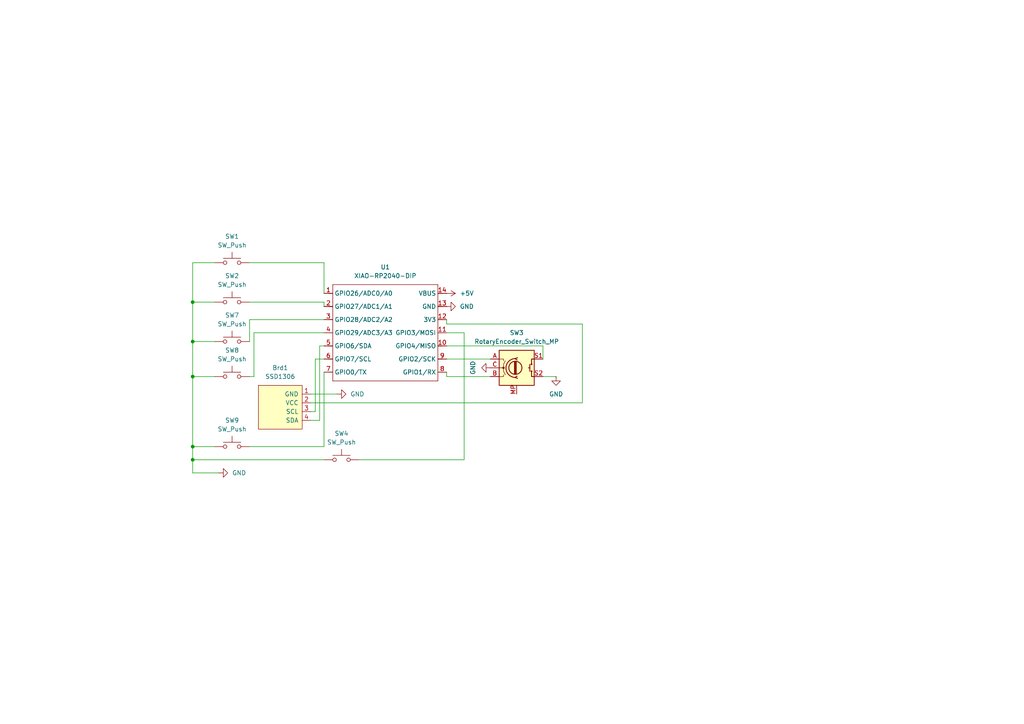
<source format=kicad_sch>
(kicad_sch (version 20250114) (generator "eeschema") (generator_version "9.0")
  (paper "A4")
  (lib_symbols
    (symbol "Device:RotaryEncoder_Switch_MP" (pin_names (offset 0.254) (hide yes))
      (property "Reference" "SW" (at 0 8.89 0))
      (property "Value" "RotaryEncoder_Switch_MP" (at 0 6.35 0))
      (symbol "RotaryEncoder_Switch_MP_0_1"
        (rectangle (start -5.08 5.08) (end 5.08 -5.08) (stroke (width 0.254)) (fill (type background)))
        (polyline (pts (xy -5.08 2.54) (xy -3.81 2.54) (xy -3.81 2.032)))
        (polyline (pts (xy -5.08 0) (xy -3.81 0) (xy -3.81 -1.016) (xy -3.302 -2.032)))
        (polyline (pts (xy -5.08 -2.54) (xy -3.81 -2.54) (xy -3.81 -2.032)))
        (polyline (pts (xy -4.318 0) (xy -3.81 0) (xy -3.81 1.016) (xy -3.302 2.032)))
        (circle (center -3.81 0) (radius 0.254) (fill (type outline)))
        (polyline (pts (xy -0.635 -1.778) (xy -0.635 1.778)) (stroke (width 0.254)))
        (circle (center -0.381 0) (radius 1.905) (stroke (width 0.254)))
        (polyline (pts (xy -0.381 -1.778) (xy -0.381 1.778)) (stroke (width 0.254)))
        (arc (start -0.381 -2.794) (mid -3.0988 -0.0635) (end -0.381 2.667) (stroke (width 0.254)))
        (polyline (pts (xy -0.127 1.778) (xy -0.127 -1.778)) (stroke (width 0.254)))
        (polyline (pts (xy 0.254 2.921) (xy -0.508 2.667) (xy 0.127 2.286)) (stroke (width 0.254)))
        (polyline (pts (xy 0.254 -3.048) (xy -0.508 -2.794) (xy 0.127 -2.413)) (stroke (width 0.254)))
        (polyline (pts (xy 3.81 1.016) (xy 3.81 -1.016)) (stroke (width 0.254)))
        (polyline (pts (xy 3.81 0) (xy 3.429 0)) (stroke (width 0.254)))
        (circle (center 4.318 1.016) (radius 0.127) (stroke (width 0.254)))
        (circle (center 4.318 -1.016) (radius 0.127) (stroke (width 0.254)))
        (polyline (pts (xy 5.08 2.54) (xy 4.318 2.54) (xy 4.318 1.016)) (stroke (width 0.254)))
        (polyline (pts (xy 5.08 -2.54) (xy 4.318 -2.54) (xy 4.318 -1.016)) (stroke (width 0.254)))
      )
      (symbol "RotaryEncoder_Switch_MP_1_1"
        (pin passive line (at -7.62 2.54 0) (length 2.54) (name "A") (number "A"))
        (pin passive line (at -7.62 0 0) (length 2.54) (name "C") (number "C"))
        (pin passive line (at -7.62 -2.54 0) (length 2.54) (name "B") (number "B"))
        (pin passive line (at 0 -7.62 90) (length 2.54) (name "MP") (number "MP"))
        (pin passive line (at 7.62 2.54 180) (length 2.54) (name "S1") (number "S1"))
        (pin passive line (at 7.62 -2.54 180) (length 2.54) (name "S2") (number "S2"))
      )
    )
    (symbol "SSD1306-128x64_OLED:SSD1306" (pin_names (offset 1.016))
      (property "Reference" "Brd" (at 0 -3.81 0))
      (property "Value" "SSD1306" (at 0 -1.27 0))
      (symbol "SSD1306_0_1"
        (rectangle (start -6.35 6.35) (end 6.35 -6.35) (fill (type background)))
      )
      (symbol "SSD1306_1_1"
        (pin input line (at -3.81 8.89 270) (length 2.54) (name "GND") (number "1"))
        (pin input line (at -1.27 8.89 270) (length 2.54) (name "VCC") (number "2"))
        (pin input line (at 1.27 8.89 270) (length 2.54) (name "SCL") (number "3"))
        (pin input line (at 3.81 8.89 270) (length 2.54) (name "SDA") (number "4"))
      )
    )
    (symbol "Seeed_Studio_XIAO_Series:XIAO-RP2040-DIP"
      (property "Reference" "U" (at 0 0 0))
      (property "Value" "XIAO-RP2040-DIP" (at 5.334 -1.778 0))
      (symbol "XIAO-RP2040-DIP_1_0"
        (polyline (pts (xy -1.27 -2.54) (xy 29.21 -2.54)) (stroke (width 0.1524)))
        (polyline (pts (xy -1.27 -5.08) (xy -2.54 -5.08)) (stroke (width 0.1524)))
        (polyline (pts (xy -1.27 -5.08) (xy -1.27 -2.54)) (stroke (width 0.1524)))
        (polyline (pts (xy -1.27 -8.89) (xy -2.54 -8.89)) (stroke (width 0.1524)))
        (polyline (pts (xy -1.27 -8.89) (xy -1.27 -5.08)) (stroke (width 0.1524)))
        (polyline (pts (xy -1.27 -12.7) (xy -2.54 -12.7)) (stroke (width 0.1524)))
        (polyline (pts (xy -1.27 -12.7) (xy -1.27 -8.89)) (stroke (width 0.1524)))
        (polyline (pts (xy -1.27 -16.51) (xy -2.54 -16.51)) (stroke (width 0.1524)))
        (polyline (pts (xy -1.27 -16.51) (xy -1.27 -12.7)) (stroke (width 0.1524)))
        (polyline (pts (xy -1.27 -20.32) (xy -2.54 -20.32)) (stroke (width 0.1524)))
        (polyline (pts (xy -1.27 -24.13) (xy -2.54 -24.13)) (stroke (width 0.1524)))
        (polyline (pts (xy -1.27 -27.94) (xy -2.54 -27.94)) (stroke (width 0.1524)))
        (polyline (pts (xy -1.27 -30.48) (xy -1.27 -16.51)) (stroke (width 0.1524)))
        (polyline (pts (xy 29.21 -2.54) (xy 29.21 -5.08)) (stroke (width 0.1524)))
        (polyline (pts (xy 29.21 -5.08) (xy 29.21 -8.89)) (stroke (width 0.1524)))
        (polyline (pts (xy 29.21 -8.89) (xy 29.21 -12.7)) (stroke (width 0.1524)))
        (polyline (pts (xy 29.21 -12.7) (xy 29.21 -30.48)) (stroke (width 0.1524)))
        (polyline (pts (xy 29.21 -30.48) (xy -1.27 -30.48)) (stroke (width 0.1524)))
        (polyline (pts (xy 30.48 -5.08) (xy 29.21 -5.08)) (stroke (width 0.1524)))
        (polyline (pts (xy 30.48 -8.89) (xy 29.21 -8.89)) (stroke (width 0.1524)))
        (polyline (pts (xy 30.48 -12.7) (xy 29.21 -12.7)) (stroke (width 0.1524)))
        (polyline (pts (xy 30.48 -16.51) (xy 29.21 -16.51)) (stroke (width 0.1524)))
        (polyline (pts (xy 30.48 -20.32) (xy 29.21 -20.32)) (stroke (width 0.1524)))
        (polyline (pts (xy 30.48 -24.13) (xy 29.21 -24.13)) (stroke (width 0.1524)))
        (polyline (pts (xy 30.48 -27.94) (xy 29.21 -27.94)) (stroke (width 0.1524)))
        (pin passive line (at -3.81 -5.08 0) (length 2.54) (name "GPIO26/ADC0/A0") (number "1"))
        (pin passive line (at -3.81 -8.89 0) (length 2.54) (name "GPIO27/ADC1/A1") (number "2"))
        (pin passive line (at -3.81 -12.7 0) (length 2.54) (name "GPIO28/ADC2/A2") (number "3"))
        (pin passive line (at -3.81 -16.51 0) (length 2.54) (name "GPIO29/ADC3/A3") (number "4"))
        (pin passive line (at -3.81 -20.32 0) (length 2.54) (name "GPIO6/SDA") (number "5"))
        (pin passive line (at -3.81 -24.13 0) (length 2.54) (name "GPIO7/SCL") (number "6"))
        (pin passive line (at -3.81 -27.94 0) (length 2.54) (name "GPIO0/TX") (number "7"))
        (pin passive line (at 31.75 -5.08 180) (length 2.54) (name "VBUS") (number "14"))
        (pin passive line (at 31.75 -8.89 180) (length 2.54) (name "GND") (number "13"))
        (pin passive line (at 31.75 -12.7 180) (length 2.54) (name "3V3") (number "12"))
        (pin passive line (at 31.75 -16.51 180) (length 2.54) (name "GPIO3/MOSI") (number "11"))
        (pin passive line (at 31.75 -20.32 180) (length 2.54) (name "GPIO4/MISO") (number "10"))
        (pin passive line (at 31.75 -24.13 180) (length 2.54) (name "GPIO2/SCK") (number "9"))
        (pin passive line (at 31.75 -27.94 180) (length 2.54) (name "GPIO1/RX") (number "8"))
      )
    )
    (symbol "Switch:SW_Push" (pin_numbers (hide yes)) (pin_names (offset 1.016) (hide yes))
      (property "Reference" "SW" (at 1.27 2.54 0))
      (property "Value" "SW_Push" (at 0 -1.524 0))
      (symbol "SW_Push_0_1"
        (circle (center -2.032 0) (radius 0.508))
        (polyline (pts (xy 0 1.27) (xy 0 3.048)))
        (circle (center 2.032 0) (radius 0.508))
        (polyline (pts (xy 2.54 1.27) (xy -2.54 1.27)))
        (pin passive line (at -5.08 0 0) (length 2.54) (name "1") (number "1"))
        (pin passive line (at 5.08 0 180) (length 2.54) (name "2") (number "2"))
      )
    )
    (symbol "power:+5V" (power) (pin_numbers (hide yes)) (pin_names (offset 0) (hide yes))
      (property "Value" "+5V" (at 0 3.556 0))
      (symbol "+5V_0_1"
        (polyline (pts (xy -0.762 1.27) (xy 0 2.54)))
        (polyline (pts (xy 0 2.54) (xy 0.762 1.27)))
        (polyline (pts (xy 0 0) (xy 0 2.54)))
      )
      (symbol "+5V_1_1"
        (pin power_in line (at 0 0 90) (length 0) (name "~") (number "1"))
      )
    )
    (symbol "power:GND" (power) (pin_numbers (hide yes)) (pin_names (offset 0) (hide yes))
      (property "Value" "GND" (at 0 -3.81 0))
      (symbol "GND_0_1"
        (polyline (pts (xy 0 0) (xy 0 -1.27) (xy 1.27 -1.27) (xy 0 -2.54) (xy -1.27 -1.27) (xy 0 -1.27)))
      )
      (symbol "GND_1_1"
        (pin power_in line (at 0 0 270) (length 0) (name "~") (number "1"))
      )
    )
  )
  (junction (at 55.88 99.06))
  (junction (at 55.88 109.22))
  (junction (at 55.88 129.54))
  (junction (at 55.88 133.35))
  (junction (at 55.88 87.63))
  (wire (pts (xy 72.39 87.63) (xy 93.98 87.63)))
  (wire (pts (xy 92.71 121.92) (xy 92.71 100.33)))
  (wire (pts (xy 55.88 129.54) (xy 55.88 133.35)))
  (wire (pts (xy 93.98 92.71) (xy 72.39 92.71)))
  (wire (pts (xy 55.88 137.16) (xy 63.5 137.16)))
  (wire (pts (xy 72.39 129.54) (xy 93.98 129.54)))
  (wire (pts (xy 93.98 87.63) (xy 93.98 88.9)))
  (wire (pts (xy 62.23 76.2) (xy 55.88 76.2)))
  (wire (pts (xy 92.71 100.33) (xy 93.98 100.33)))
  (wire (pts (xy 55.88 129.54) (xy 62.23 129.54)))
  (wire (pts (xy 73.66 109.22) (xy 73.66 96.52)))
  (wire (pts (xy 72.39 109.22) (xy 73.66 109.22)))
  (wire (pts (xy 168.91 93.98) (xy 129.54 93.98)))
  (wire (pts (xy 55.88 133.35) (xy 55.88 137.16)))
  (wire (pts (xy 55.88 109.22) (xy 55.88 129.54)))
  (wire (pts (xy 55.88 99.06) (xy 55.88 109.22)))
  (wire (pts (xy 104.14 133.35) (xy 134.62 133.35)))
  (wire (pts (xy 134.62 133.35) (xy 134.62 96.52)))
  (wire (pts (xy 55.88 99.06) (xy 62.23 99.06)))
  (wire (pts (xy 129.54 109.22) (xy 129.54 107.95)))
  (wire (pts (xy 72.39 92.71) (xy 72.39 99.06)))
  (wire (pts (xy 129.54 104.14) (xy 142.24 104.14)))
  (wire (pts (xy 91.44 119.38) (xy 91.44 104.14)))
  (wire (pts (xy 93.98 76.2) (xy 93.98 85.09)))
  (wire (pts (xy 157.48 104.14) (xy 157.48 100.33)))
  (wire (pts (xy 157.48 100.33) (xy 129.54 100.33)))
  (wire (pts (xy 90.17 121.92) (xy 92.71 121.92)))
  (wire (pts (xy 168.91 116.84) (xy 168.91 93.98)))
  (wire (pts (xy 55.88 76.2) (xy 55.88 87.63)))
  (wire (pts (xy 134.62 96.52) (xy 129.54 96.52)))
  (wire (pts (xy 90.17 119.38) (xy 91.44 119.38)))
  (wire (pts (xy 157.48 109.22) (xy 161.29 109.22)))
  (wire (pts (xy 72.39 76.2) (xy 93.98 76.2)))
  (wire (pts (xy 93.98 133.35) (xy 55.88 133.35)))
  (wire (pts (xy 90.17 114.3) (xy 97.79 114.3)))
  (wire (pts (xy 129.54 93.98) (xy 129.54 92.71)))
  (wire (pts (xy 55.88 87.63) (xy 62.23 87.63)))
  (wire (pts (xy 73.66 96.52) (xy 93.98 96.52)))
  (wire (pts (xy 90.17 116.84) (xy 168.91 116.84)))
  (wire (pts (xy 55.88 87.63) (xy 55.88 99.06)))
  (wire (pts (xy 93.98 129.54) (xy 93.98 107.95)))
  (wire (pts (xy 55.88 109.22) (xy 62.23 109.22)))
  (wire (pts (xy 91.44 104.14) (xy 93.98 104.14)))
  (wire (pts (xy 142.24 109.22) (xy 129.54 109.22)))
  (symbol (lib_id "power:GND") (at 142.24 106.68 270) (mirror x) (unit 1)
    (property "Reference" "#PWR01" (effects (hide yes)))
    (property "Value" "GND" (at 137.16 106.68 0))
    (property "Description" "Power symbol creates a global label with name \"GND\" , ground" (effects (hide yes)))
  )
  (symbol (lib_id "power:+5V") (at 129.54 85.09 270) (unit 1)
    (property "Reference" "#PWR05" (effects (hide yes)))
    (property "Value" "+5V" (at 133.35 85.0899 90) (effects (justify left)))
    (property "Description" "Power symbol creates a global label with name \"+5V\"" (effects (hide yes)))
  )
  (symbol (lib_id "Device:RotaryEncoder_Switch_MP") (at 149.86 106.68 0) (unit 1)
    (property "Reference" "SW3" (at 149.86 96.52 0))
    (property "Value" "RotaryEncoder_Switch_MP" (at 149.86 99.06 0))
    (property "Footprint" "Rotary_Encoder:RotaryEncoder_Alps_EC11E-Switch_Vertical_H20mm_CircularMountingHoles" (effects (hide yes)))
    (property "Description" "Rotary encoder, dual channel, incremental quadrate outputs, with switch and MP Pin" (effects (hide yes)))
  )
  (symbol (lib_id "power:GND") (at 63.5 137.16 90) (unit 1)
    (property "Reference" "#PWR02" (effects (hide yes)))
    (property "Value" "GND" (at 67.31 137.1599 90) (effects (justify right)))
    (property "Description" "Power symbol creates a global label with name \"GND\" , ground" (effects (hide yes)))
  )
  (symbol (lib_id "power:GND") (at 161.29 109.22 0) (unit 1)
    (property "Reference" "#PWR04" (effects (hide yes)))
    (property "Value" "GND" (at 161.29 114.3 0))
    (property "Description" "Power symbol creates a global label with name \"GND\" , ground" (effects (hide yes)))
  )
  (symbol (lib_id "Switch:SW_Push") (at 67.31 129.54 0) (unit 1)
    (property "Reference" "SW9" (at 67.31 121.92 0))
    (property "Value" "SW_Push" (at 67.31 124.46 0))
    (property "Footprint" "Button_Switch_Keyboard:SW_Cherry_MX_1.00u_PCB" (effects (hide yes)))
    (property "Description" "Push button switch, generic, two pins" (effects (hide yes)))
  )
  (symbol (lib_id "Switch:SW_Push") (at 67.31 99.06 0) (unit 1)
    (property "Reference" "SW7" (at 67.31 91.44 0))
    (property "Value" "SW_Push" (at 67.31 93.98 0))
    (property "Footprint" "Button_Switch_Keyboard:SW_Cherry_MX_1.00u_PCB" (effects (hide yes)))
    (property "Description" "Push button switch, generic, two pins" (effects (hide yes)))
  )
  (symbol (lib_id "power:GND") (at 97.79 114.3 90) (unit 1)
    (property "Reference" "#PWR06" (effects (hide yes)))
    (property "Value" "GND" (at 101.6 114.2999 90) (effects (justify right)))
    (property "Description" "Power symbol creates a global label with name \"GND\" , ground" (effects (hide yes)))
  )
  (symbol (lib_id "power:GND") (at 129.54 88.9 90) (unit 1)
    (property "Reference" "#PWR03" (effects (hide yes)))
    (property "Value" "GND" (at 133.35 88.8999 90) (effects (justify right)))
    (property "Description" "Power symbol creates a global label with name \"GND\" , ground" (effects (hide yes)))
  )
  (symbol (lib_id "Switch:SW_Push") (at 67.31 109.22 0) (unit 1)
    (property "Reference" "SW8" (at 67.31 101.6 0))
    (property "Value" "SW_Push" (at 67.31 104.14 0))
    (property "Footprint" "Button_Switch_Keyboard:SW_Cherry_MX_1.00u_PCB" (effects (hide yes)))
    (property "Description" "Push button switch, generic, two pins" (effects (hide yes)))
  )
  (symbol (lib_id "Switch:SW_Push") (at 67.31 76.2 0) (unit 1)
    (property "Reference" "SW1" (at 67.31 68.58 0))
    (property "Value" "SW_Push" (at 67.31 71.12 0))
    (property "Footprint" "Button_Switch_Keyboard:SW_Cherry_MX_1.00u_PCB" (effects (hide yes)))
    (property "Description" "Push button switch, generic, two pins" (effects (hide yes)))
  )
  (symbol (lib_id "Switch:SW_Push") (at 67.31 87.63 0) (unit 1)
    (property "Reference" "SW2" (at 67.31 80.01 0))
    (property "Value" "SW_Push" (at 67.31 82.55 0))
    (property "Footprint" "Button_Switch_Keyboard:SW_Cherry_MX_1.00u_PCB" (effects (hide yes)))
    (property "Description" "Push button switch, generic, two pins" (effects (hide yes)))
  )
  (symbol (lib_id "Seeed_Studio_XIAO_Series:XIAO-RP2040-DIP") (at 97.79 80.01 0) (unit 1)
    (property "Reference" "U1" (at 111.76 77.47 0))
    (property "Value" "XIAO-RP2040-DIP" (at 111.76 80.01 0))
    (property "Footprint" "xiao:XIAO-RP2040-DIP" (effects (hide yes)))
  )
  (symbol (lib_id "Switch:SW_Push") (at 99.06 133.35 0) (unit 1)
    (property "Reference" "SW4" (at 99.06 125.73 0))
    (property "Value" "SW_Push" (at 99.06 128.27 0))
    (property "Footprint" "Button_Switch_Keyboard:SW_Cherry_MX_1.00u_PCB" (effects (hide yes)))
    (property "Description" "Push button switch, generic, two pins" (effects (hide yes)))
  )
  (symbol (lib_id "SSD1306-128x64_OLED:SSD1306") (at 81.28 118.11 270) (unit 1)
    (property "Reference" "Brd1" (at 81.28 106.68 90))
    (property "Value" "SSD1306" (at 81.28 109.22 90))
    (property "Footprint" "SSD1306:128x64OLED" (effects (hide yes)))
    (property "Description" "SSD1306 OLED" (effects (hide yes)))
  )
)
</source>
